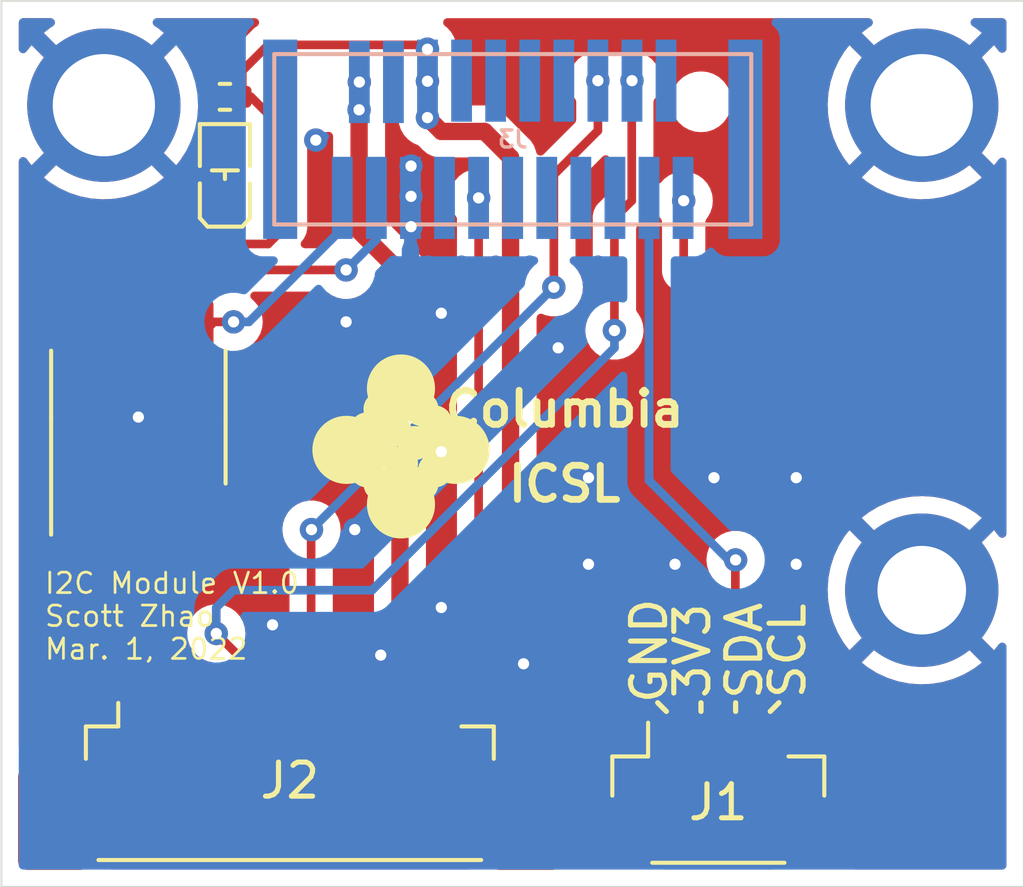
<source format=kicad_pcb>
(kicad_pcb (version 20211014) (generator pcbnew)
  (layers (0 "F.Cu" signal "Front") (1 "In1.Cu" signal) (2 "In2.Cu" signal) (31 "B.Cu" signal "Back") (34 "B.Paste" user) (35 "F.Paste" user) (36 "B.SilkS" user "B.Silkscreen") (37 "F.SilkS" user "F.Silkscreen") (38 "B.Mask" user) (39 "F.Mask" user) (44 "Edge.Cuts" user))
  (net 0 "")
  (net 1 "GND")
  (net 2 "Net-(D1-Pad2)")
  (net 3 "/3V3")
  (net 4 "/SDA_EEPROM")
  (net 5 "/~{RST}")
  (net 6 "/SPI_SCLK")
  (net 7 "/MISO")
  (net 8 "/MOSI")
  (net 9 "/CE")
  (net 10 "/SDA")
  (net 11 "/SCL")
  (net 12 "/SCL_EEPROM")
  (net 13 "/5V")
  (net 15 "/TXD")
  (net 16 "/Status")
  (net 17 "/A0")
  (net 19 "/RXD")
  (net 23 "/A1")
  (footprint "ICSL:M1502-B-2545-AL-TOP" (layer "F.Cu") (at 98.048 66.986)
    (fp_text reference "H1" hide)
    (fp_text value "GND" hide)
    (pad "1" thru_hole circle locked (at -3.048 -2.986) (size 4.5 4.5) (drill 3) (layers *.Cu *.Mask) (net 1 "GND"))
  )
  (footprint "ICSL:M1502-B-2545-AL-TOP" (layer "F.Cu") (at 119 64)
    (fp_text reference "H2" hide)
    (fp_text value "GND" hide)
    (pad "1" thru_hole circle locked (at 0 0) (size 4.5 4.5) (drill 3) (layers *.Cu *.Mask) (net 1 "GND"))
  )
  (footprint "jlcsmt:Molex_PicoBlade_53398-0871_1x08-1MP_P1.25mm_Vertical" (layer "F.Cu") (at 100.457 83.439)
    (fp_text reference "J2" (at 0 0.381) (layer "F.SilkS"))
    (fp_text value "1.25mm_8P_SMD_Vertical" hide)
    (fp_line (start -5.985 -0.26) (end -5.985 -1.21) (layer "F.SilkS") (width 0.12))
    (fp_line (start 5.985 -1.21) (end 5.035 -1.21) (layer "F.SilkS") (width 0.12))
    (fp_line (start -5.035 -1.21) (end -5.035 -1.9) (layer "F.SilkS") (width 0.12))
    (fp_line (start 5.985 -0.26) (end 5.985 -1.21) (layer "F.SilkS") (width 0.12))
    (fp_line (start -5.985 -1.21) (end -5.035 -1.21) (layer "F.SilkS") (width 0.12))
    (fp_line (start -5.615 2.71) (end 5.615 2.71) (layer "F.SilkS") (width 0.12))
    (pad "1" smd roundrect (at -4.375 -1.25) (size 0.8 1.3) (layers "F.Cu" "F.Paste" "F.Mask"))
    (pad "2" smd roundrect (at -3.125 -1.25) (size 0.8 1.3) (layers "F.Cu" "F.Paste" "F.Mask"))
    (pad "3" smd roundrect (at -1.875 -1.25) (size 0.8 1.3) (layers "F.Cu" "F.Paste" "F.Mask") (net 5 "/~{RST}"))
    (pad "4" smd roundrect (at -0.625 -1.25) (size 0.8 1.3) (layers "F.Cu" "F.Paste" "F.Mask") (net 19 "/RXD"))
    (pad "5" smd roundrect (at 0.625 -1.25) (size 0.8 1.3) (layers "F.Cu" "F.Paste" "F.Mask") (net 15 "/TXD"))
    (pad "6" smd roundrect (at 1.875 -1.25) (size 0.8 1.3) (layers "F.Cu" "F.Paste" "F.Mask"))
    (pad "7" smd roundrect (at 3.125 -1.25) (size 0.8 1.3) (layers "F.Cu" "F.Paste" "F.Mask") (net 1 "GND"))
    (pad "8" smd roundrect (at 4.375 -1.25) (size 0.8 1.3) (layers "F.Cu" "F.Paste" "F.Mask") (net 13 "/5V"))
    (pad "MP" smd roundrect (at 6.925 1.5) (size 2.1 3) (layers "F.Cu" "F.Paste" "F.Mask") (roundrect_rratio 0.1190480952))
    (pad "MP" smd roundrect (at -6.925 1.5) (size 2.1 3) (layers "F.Cu" "F.Paste" "F.Mask") (roundrect_rratio 0.1190480952))
  )
  (footprint "Resistor_SMD:R_0402_1005Metric" (layer "F.Cu") (at 98.552 63.754 180)
    (fp_text reference "R1" hide)
    (fp_text value "R_0402_10K" hide)
    (fp_line (start -0.153641 -0.38) (end 0.153641 -0.38) (layer "F.SilkS") (width 0.12))
    (fp_line (start -0.153641 0.38) (end 0.153641 0.38) (layer "F.SilkS") (width 0.12))
    (pad "1" smd roundrect locked (at -0.51 0 180) (size 0.54 0.64) (layers "F.Cu" "F.Paste" "F.Mask") (net 3 "/3V3"))
    (pad "2" smd roundrect locked (at 0.51 0 180) (size 0.54 0.64) (layers "F.Cu" "F.Paste" "F.Mask") (net 2 "Net-(D1-Pad2)"))
  )
  (footprint "ICSL:JST_SH_1x04_1.00mm_Vertical" (layer "F.Cu") (at 113.03 83.82)
    (fp_text reference "J1" (at 0 0.635 180) (layer "F.SilkS"))
    (fp_text value "qwiic_vertical" hide)
    (fp_line (start -2.06 -0.71) (end -2.06 -1.7) (layer "F.SilkS") (width 0.12))
    (fp_line (start 3.11 0.44) (end 3.11 -0.71) (layer "F.SilkS") (width 0.12))
    (fp_line (start -3.11 0.44) (end -3.11 -0.71) (layer "F.SilkS") (width 0.12))
    (fp_line (start -3.11 -0.71) (end -2.06 -0.71) (layer "F.SilkS") (width 0.12))
    (fp_line (start -1.94 2.41) (end 1.94 2.41) (layer "F.SilkS") (width 0.12))
    (fp_line (start 3.11 -0.71) (end 2.06 -0.71) (layer "F.SilkS") (width 0.12))
    (pad "1" smd roundrect (at -1.5 -0.925 180) (size 0.6 1.55) (layers "F.Cu" "F.Paste" "F.Mask") (net 1 "GND"))
    (pad "2" smd roundrect (at -0.5 -0.925 180) (size 0.6 1.55) (layers "F.Cu" "F.Paste" "F.Mask") (net 3 "/3V3"))
    (pad "3" smd roundrect (at 0.5 -0.925 180) (size 0.6 1.55) (layers "F.Cu" "F.Paste" "F.Mask") (net 10 "/SDA"))
    (pad "4" smd roundrect (at 1.5 -0.925 180) (size 0.6 1.55) (layers "F.Cu" "F.Paste" "F.Mask") (net 11 "/SCL"))
    (pad "MP" smd roundrect (at 2.8 1.6 180) (size 1.2 1.8) (layers "F.Cu" "F.Paste" "F.Mask") (roundrect_rratio 0.2083333333))
    (pad "MP" smd roundrect (at -2.8 1.6 180) (size 1.2 1.8) (layers "F.Cu" "F.Paste" "F.Mask") (roundrect_rratio 0.2083333333))
  )
  (footprint "jlcsmt:SOIC-8_3.9x4.9mm_P1.27mm" (layer "F.Cu") (at 96.012 73.152)
    (fp_text reference "U2" hide)
    (fp_text value "EEPROM_M24C02-WMN6TP" hide)
    (fp_line (start -2.56 0) (end -2.56 3.45) (layer "F.SilkS") (width 0.12))
    (fp_line (start 2.56 0) (end 2.56 -1.95) (layer "F.SilkS") (width 0.12))
    (fp_line (start -2.56 0) (end -2.56 -1.95) (layer "F.SilkS") (width 0.12))
    (fp_line (start 2.56 0) (end 2.56 1.95) (layer "F.SilkS") (width 0.12))
    (pad "1" smd roundrect (at -1.905 2.475 90) (size 1.95 0.6) (layers "F.Cu" "F.Paste" "F.Mask"))
    (pad "2" smd roundrect (at -0.635 2.475 90) (size 1.95 0.6) (layers "F.Cu" "F.Paste" "F.Mask"))
    (pad "3" smd roundrect (at 0.635 2.475 90) (size 1.95 0.6) (layers "F.Cu" "F.Paste" "F.Mask"))
    (pad "4" smd roundrect (at 1.905 2.475 90) (size 1.95 0.6) (layers "F.Cu" "F.Paste" "F.Mask") (net 1 "GND"))
    (pad "5" smd roundrect (at 1.905 -2.475 90) (size 1.95 0.6) (layers "F.Cu" "F.Paste" "F.Mask") (net 4 "/SDA_EEPROM"))
    (pad "6" smd roundrect (at 0.635 -2.475 90) (size 1.95 0.6) (layers "F.Cu" "F.Paste" "F.Mask") (net 12 "/SCL_EEPROM"))
    (pad "7" smd roundrect (at -0.635 -2.475 90) (size 1.95 0.6) (layers "F.Cu" "F.Paste" "F.Mask"))
    (pad "8" smd roundrect (at -1.905 -2.475 90) (size 1.95 0.6) (layers "F.Cu" "F.Paste" "F.Mask") (net 3 "/3V3"))
  )
  (footprint "ICSL:icsl_logo" (layer "F.Cu") (at 105.918 73.914)
    (fp_text reference "U1" hide)
    (fp_text value "ICSL_LOGO" hide)
    (fp_text user "ICSL" (at 2.6 1.2) (layer "F.SilkS") (effects (font (thickness 0.2))))
    (fp_text user "Columbia" (at 2.6 -1) (layer "F.SilkS") (effects (font (thickness 0.2))))
    (fp_circle (center -1.6 1.2) (end -1.6 1.2) (layer "F.SilkS") (width 0.5) (fill none))
    (fp_circle (center -2.8 1.2) (end -2.8 1.2) (layer "F.SilkS") (width 0.5) (fill none))
    (fp_circle (center -3.2 0.8) (end -3.2 0.8) (layer "F.SilkS") (width 0.5) (fill none))
    (fp_circle (center -1.2 0.8) (end -1.2 0.8) (layer "F.SilkS") (width 0.5) (fill none))
    (fp_circle (center -2.4 -0.4) (end -2.4 -0.4) (layer "F.SilkS") (width 0.5) (fill none))
    (fp_circle (center -1.6 -1) (end -1.6 -1) (layer "F.SilkS") (width 0.5) (fill none))
    (fp_circle (center -3.2 -0.4) (end -3.2 -0.4) (layer "F.SilkS") (width 0.5) (fill none))
    (fp_circle (center -3.8 0.2) (end -3.8 0.2) (layer "F.SilkS") (width 1) (fill none))
    (fp_circle (center -1.2 -0.6) (end -1.2 -0.6) (layer "F.SilkS") (width 0.5) (fill none))
    (fp_circle (center -0.6 0.2) (end -0.6 0.2) (layer "F.SilkS") (width 1) (fill none))
    (fp_circle (center -2.8 -1) (end -2.8 -1) (layer "F.SilkS") (width 0.5) (fill none))
    (fp_circle (center -2.2 0.6) (end -2.2 0.6) (layer "F.SilkS") (width 0.5) (fill none))
    (fp_circle (center -2.8 0.2) (end -2.8 0.2) (layer "F.SilkS") (width 0.5) (fill none))
    (fp_circle (center -2.2 1.8) (end -2.2 1.8) (layer "F.SilkS") (width 1) (fill none))
    (fp_circle (center -1.8 0) (end -1.8 0) (layer "F.SilkS") (width 0.5) (fill none))
    (fp_circle (center -2.2 -1.6) (end -2.2 -1.6) (layer "F.SilkS") (width 1) (fill none))
  )
  (footprint "jlcsmt:LED_0603_1608Metric" (layer "F.Cu") (at 98.552 66.04 90)
    (fp_text reference "D1" hide)
    (fp_text value "LED_0603_Red" hide)
    (fp_line (start -1.27 0.735) (end -1.524 0.508) (layer "F.SilkS") (width 0.12))
    (fp_line (start 0.127 0) (end -0.127 0) (layer "F.SilkS") (width 0.12))
    (fp_line (start 0.127 -0.381) (end 0.127 0.381) (layer "F.SilkS") (width 0.12))
    (fp_line (start 0.254 0.735) (end 1.485 0.735) (layer "F.SilkS") (width 0.12))
    (fp_line (start -0.254 -0.735) (end -1.27 -0.735) (layer "F.SilkS") (width 0.12))
    (fp_line (start 1.485 -0.735) (end 0.254 -0.735) (layer "F.SilkS") (width 0.12))
    (fp_line (start -1.524 -0.508) (end -1.27 -0.735) (layer "F.SilkS") (width 0.12))
    (fp_line (start -1.524 0.508) (end -1.524 -0.508) (layer "F.SilkS") (width 0.12))
    (fp_line (start -1.27 0.735) (end -0.254 0.735) (layer "F.SilkS") (width 0.12))
    (fp_line (start 1.485 0.735) (end 1.485 -0.735) (layer "F.SilkS") (width 0.12))
    (pad "1" smd roundrect (at -0.7875 0 270) (size 0.875 0.95) (layers "F.Cu" "F.Paste" "F.Mask") (net 1 "GND"))
    (pad "2" smd roundrect (at 0.7875 0 270) (size 0.875 0.95) (layers "F.Cu" "F.Paste" "F.Mask") (net 2 "Net-(D1-Pad2)"))
  )
  (footprint "ICSL:M1502-B-2545-AL-TOP" (layer "F.Cu") (at 119 78.232)
    (fp_text reference "H3" hide)
    (fp_text value "GND" hide)
    (pad "1" thru_hole circle locked (at 0 0) (size 4.5 4.5) (drill 2.6) (layers *.Cu *.Mask) (net 1 "GND"))
  )
  (footprint "ICSL:Amphenol_91911-31321LF_PLUG" (layer "B.Cu") (at 107 65 180)
    (fp_text reference "J3" (at 0 0) (layer "B.SilkS") (effects (font (size 0.5 0.5) (thickness 0.1)) (justify mirror)))
    (fp_text value "Amphenol_91911-31321_plug" hide)
    (fp_line (start 7 -2.5) (end 7 2.5) (layer "B.SilkS") (width 0.12))
    (fp_line (start -6.9965 2.5) (end -6.9965 -2.5) (layer "B.SilkS") (width 0.12))
    (fp_line (start -6.9965 -2.5) (end 7 -2.5) (layer "B.SilkS") (width 0.12))
    (fp_line (start 7 2.5) (end -6.9965 2.5) (layer "B.SilkS") (width 0.12))
    (pad "" np_thru_hole circle locked (at 5.5245 1.1 180) (size 0.76 0.76) (drill 0.76) (layers *.Cu *.Mask))
    (pad "" np_thru_hole circle locked (at -5.5245 1.1 180) (size 0.76 0.76) (drill 0.76) (layers *.Cu *.Mask))
    (pad "" smd rect locked (at 6.8265 0 180) (size 1 5.85) (layers "B.Cu" "B.Paste" "B.Mask"))
    (pad "" smd rect locked (at -6.8265 0 180) (size 1 5.85) (layers "B.Cu" "B.Paste" "B.Mask"))
    (pad "1" smd rect locked (at 5.0035 -1.72 180) (size 0.61 2.41) (layers "B.Cu" "B.Paste" "B.Mask") (net 4 "/SDA_EEPROM"))
    (pad "2" smd rect locked (at 4.0035 -1.72 180) (size 0.61 2.41) (layers "B.Cu" "B.Paste" "B.Mask") (net 12 "/SCL_EEPROM"))
    (pad "3" smd rect locked (at 3.0035 -1.72 180) (size 0.61 2.41) (layers "B.Cu" "B.Paste" "B.Mask") (net 1 "GND"))
    (pad "4" smd rect locked (at 2.0035 -1.72 180) (size 0.61 2.41) (layers "B.Cu" "B.Paste" "B.Mask"))
    (pad "5" smd rect locked (at 1.0035 -1.72 180) (size 0.61 2.41) (layers "B.Cu" "B.Paste" "B.Mask") (net 5 "/~{RST}"))
    (pad "6" smd rect locked (at 0.0035 -1.72 180) (size 0.61 2.41) (layers "B.Cu" "B.Paste" "B.Mask") (net 6 "/SPI_SCLK"))
    (pad "7" smd rect locked (at -0.9965 -1.72 180) (size 0.61 2.41) (layers "B.Cu" "B.Paste" "B.Mask") (net 7 "/MISO"))
    (pad "8" smd rect locked (at -1.9965 -1.72 180) (size 0.61 2.41) (layers "B.Cu" "B.Paste" "B.Mask") (net 8 "/MOSI"))
    (pad "9" smd rect locked (at -2.9965 -1.72 180) (size 0.61 2.41) (layers "B.Cu" "B.Paste" "B.Mask") (net 9 "/CE"))
    (pad "10" smd rect locked (at -3.9965 -1.72 180) (size 0.61 2.41) (layers "B.Cu" "B.Paste" "B.Mask") (net 10 "/SDA"))
    (pad "11" smd rect locked (at -4.9965 -1.72 180) (size 0.61 2.41) (layers "B.Cu" "B.Paste" "B.Mask") (net 11 "/SCL"))
    (pad "12" smd rect locked (at -4.4965 1.72 180) (size 0.61 2.41) (layers "B.Cu" "B.Paste" "B.Mask"))
    (pad "13" smd rect locked (at -3.4965 1.72 180) (size 0.61 2.41) (layers "B.Cu" "B.Paste" "B.Mask") (net 19 "/RXD"))
    (pad "14" smd rect locked (at -2.4965 1.72 180) (size 0.61 2.41) (layers "B.Cu" "B.Paste" "B.Mask") (net 15 "/TXD"))
    (pad "15" smd rect locked (at -1.4965 1.72 180) (size 0.61 2.41) (layers "B.Cu" "B.Paste" "B.Mask") (net 16 "/Status"))
    (pad "16" smd rect locked (at -0.4965 1.72 180) (size 0.61 2.41) (layers "B.Cu" "B.Paste" "B.Mask") (net 17 "/A0"))
    (pad "17" smd rect locked (at 0.5035 1.72 180) (size 0.61 2.41) (layers "B.Cu" "B.Paste" "B.Mask") (net 23 "/A1"))
    (pad "18" smd rect locked (at 1.5035 1.72 180) (size 0.61 2.41) (layers "B.Cu" "B.Paste" "B.Mask"))
    (pad "19" smd rect locked (at 2.5035 1.72 180) (size 0.61 2.41) (layers "B.Cu" "B.Paste" "B.Mask") (net 3 "/3V3"))
    (pad "20" smd rect locked (at 3.5035 1.68 180) (size 0.61 2.41) (layers "B.Cu" "B.Paste" "B.Mask"))
    (pad "21" smd rect locked (at 4.5035 1.68 180) (size 0.61 2.41) (layers "B.Cu" "B.Paste" "B.Mask") (net 13 "/5V"))
  )
  (gr_line (start 112.522 81.788) (end 112.522 81.534) (layer "F.SilkS") (width 0.1524))
  (gr_line (start 114.554 81.788) (end 114.808 81.534) (layer "F.SilkS") (width 0.1524))
  (gr_line (start 111.506 81.788) (end 111.252 81.534) (layer "F.SilkS") (width 0.1524))
  (gr_line (start 113.538 81.788) (end 113.538 81.534) (layer "F.SilkS") (width 0.1524))
  (gr_line (start 121.995 60.938) (end 91.995 60.938) (layer "Edge.Cuts") (width 0.05))
  (gr_line (start 91.995 60.938) (end 91.995 86.938) (layer "Edge.Cuts") (width 0.05))
  (gr_line (start 91.995 86.938) (end 121.995 86.938) (layer "Edge.Cuts") (width 0.05))
  (gr_line (start 121.995 86.938) (end 121.995 60.938) (layer "Edge.Cuts") (width 0.05))
  (gr_text "I2C Module V1.0\nScott Zhao\nMar. 1, 2022" (at 93.218 78.994) (layer "F.SilkS") (effects (font (size 0.6 0.6) (thickness 0.08)) (justify left)))
  (gr_text "3V3" (at 112.268 80.01 90) (layer "F.SilkS") (effects (font (size 1 1))))
  (gr_text "GND" (at 110.998 80.01 90) (layer "F.SilkS") (effects (font (size 1 1))))
  (gr_text "SCL" (at 115.062 80.01 90) (layer "F.SilkS") (effects (font (size 1 1))))
  (gr_text "SDA" (at 113.792 80.01 90) (layer "F.SilkS") (effects (font (size 1 1))))
  (via (at 104.902 74.168) (size 0.6858) (drill 0.3302) (layers "F.Cu" "B.Cu") (net 1))
  (via (at 115.316 74.93) (size 0.6858) (drill 0.3302) (layers "F.Cu" "B.Cu") (net 1))
  (via (at 102.362 76.454) (size 0.6858) (drill 0.3302) (layers "F.Cu" "B.Cu") (net 1))
  (via (at 103.124 80.137) (size 0.6858) (drill 0.3302) (layers "F.Cu" "B.Cu") (net 1))
  (via (at 108.331 71.12) (size 0.6858) (drill 0.3302) (layers "F.Cu" "B.Cu") (net 1))
  (via (at 101.219 65.024) (size 0.6858) (drill 0.3302) (layers "F.Cu" "B.Cu") (net 1))
  (via (at 111.76 77.47) (size 0.6858) (drill 0.3302) (layers "F.Cu" "B.Cu") (net 1))
  (via (at 102.108 70.358) (size 0.6858) (drill 0.3302) (layers "F.Cu" "B.Cu") (net 1))
  (via (at 104.013 66.675) (size 0.6858) (drill 0.3302) (layers "F.Cu" "B.Cu") (net 1))
  (via (at 109.22 74.93) (size 0.6858) (drill 0.3302) (layers "F.Cu" "B.Cu") (net 1))
  (via (at 115.316 77.47) (size 0.6858) (drill 0.3302) (layers "F.Cu" "B.Cu") (net 1))
  (via (at 96.012 73.152) (size 0.6858) (drill 0.3302) (layers "F.Cu" "B.Cu") (net 1))
  (via (at 109.22 77.47) (size 0.6858) (drill 0.3302) (layers "F.Cu" "B.Cu") (net 1))
  (via (at 104.013 67.564) (size 0.6858) (drill 0.3302) (layers "F.Cu" "B.Cu") (net 1))
  (via (at 107.315 80.391) (size 0.6858) (drill 0.3302) (layers "F.Cu" "B.Cu") (net 1))
  (via (at 104.902 70.104) (size 0.6858) (drill 0.3302) (layers "F.Cu" "B.Cu") (net 1))
  (via (at 112.903 74.93) (size 0.6858) (drill 0.3302) (layers "F.Cu" "B.Cu") (net 1))
  (via (at 104.902 78.74) (size 0.6858) (drill 0.3302) (layers "F.Cu" "B.Cu") (net 1))
  (via (at 99.949 79.248) (size 0.6858) (drill 0.3302) (layers "F.Cu" "B.Cu") (net 1))
  (via (at 104.013 65.786) (size 0.6858) (drill 0.3302) (layers "F.Cu" "B.Cu") (net 1))
  (segment (start 98.042 64.514) (end 98.042 63.754) (width 0.254) (layer "F.Cu") (net 2))
  (segment (start 98.552 65.024) (end 98.042 64.514) (width 0.254) (layer "F.Cu") (net 2))
  (segment (start 98.552 65.2525) (end 98.552 65.024) (width 0.254) (layer "F.Cu") (net 2))
  (segment (start 104.4956 63.2968) (end 104.4956 62.357) (width 0.508) (layer "F.Cu") (net 3))
  (segment (start 99.062 63.754) (end 99.062 62.99) (width 0.254) (layer "F.Cu") (net 3))
  (segment (start 99.314 63.754) (end 100.33 64.77) (width 0.254) (layer "F.Cu") (net 3))
  (segment (start 99.822 62.23) (end 104.3686 62.23) (width 0.254) (layer "F.Cu") (net 3))
  (segment (start 95.25 68.072) (end 94.107 69.215) (width 0.254) (layer "F.Cu") (net 3))
  (segment (start 100.33 67.564) (end 99.822 68.072) (width 0.254) (layer "F.Cu") (net 3))
  (segment (start 106.934 77.724) (end 106.934 65.532) (width 0.508) (layer "F.Cu") (net 3))
  (segment (start 106.172 64.77) (end 104.902 64.77) (width 0.508) (layer "F.Cu") (net 3))
  (segment (start 99.822 68.072) (end 95.25 68.072) (width 0.254) (layer "F.Cu") (net 3))
  (segment (start 99.062 62.99) (end 99.822 62.23) (width 0.254) (layer "F.Cu") (net 3))
  (segment (start 100.33 64.77) (end 100.33 67.564) (width 0.254) (layer "F.Cu") (net 3))
  (segment (start 104.4956 64.3636) (end 104.4956 63.2968) (width 0.508) (layer "F.Cu") (net 3))
  (segment (start 104.3686 62.23) (end 104.4956 62.357) (width 0.254) (layer "F.Cu") (net 3))
  (segment (start 111.252 79.121) (end 112.53 80.399) (width 0.508) (layer "F.Cu") (net 3))
  (segment (start 99.062 63.754) (end 99.314 63.754) (width 0.254) (layer "F.Cu") (net 3))
  (segment (start 108.331 79.121) (end 111.252 79.121) (width 0.508) (layer "F.Cu") (net 3))
  (segment (start 106.934 65.532) (end 106.172 64.77) (width 0.508) (layer "F.Cu") (net 3))
  (segment (start 112.53 80.399) (end 112.53 82.895) (width 0.508) (layer "F.Cu") (net 3))
  (segment (start 94.107 69.215) (end 94.107 70.677) (width 0.254) (layer "F.Cu") (net 3))
  (segment (start 106.934 77.724) (end 108.331 79.121) (width 0.508) (layer "F.Cu") (net 3))
  (segment (start 104.902 64.77) (end 104.4956 64.3636) (width 0.508) (layer "F.Cu") (net 3))
  (via (at 104.4956 64.3636) (size 0.6858) (drill 0.3302) (layers "F.Cu" "B.Cu") (net 3))
  (via (at 104.4956 62.357) (size 0.6858) (drill 0.3302) (layers "F.Cu" "B.Cu") (net 3))
  (via (at 104.4956 63.2968) (size 0.6858) (drill 0.3302) (layers "F.Cu" "B.Cu") (net 3))
  (segment (start 98.806 70.358) (end 98.236 70.358) (width 0.254) (layer "F.Cu") (net 4))
  (segment (start 98.236 70.358) (end 97.917 70.677) (width 0.254) (layer "F.Cu") (net 4))
  (via (at 98.806 70.358) (size 0.6858) (drill 0.3302) (layers "F.Cu" "B.Cu") (net 4))
  (segment (start 101.9965 66.72) (end 101.9965 67.62) (width 0.254) (layer "B.Cu") (net 4))
  (segment (start 101.9965 67.62) (end 99.2585 70.358) (width 0.254) (layer "B.Cu") (net 4))
  (segment (start 99.2585 70.358) (end 98.806 70.358) (width 0.254) (layer "B.Cu") (net 4))
  (segment (start 105.9965 82.9795) (end 105.9965 66.72) (width 0.254) (layer "F.Cu") (net 5))
  (segment (start 98.582 82.189) (end 98.582 82.961) (width 0.254) (layer "F.Cu") (net 5))
  (segment (start 98.582 82.961) (end 99.695 84.074) (width 0.254) (layer "F.Cu") (net 5))
  (segment (start 104.902 84.074) (end 105.9965 82.9795) (width 0.254) (layer "F.Cu") (net 5))
  (segment (start 99.695 84.074) (end 104.902 84.074) (width 0.254) (layer "F.Cu") (net 5))
  (via (at 105.9965 66.72) (size 0.6858) (drill 0.3302) (layers "F.Cu" "B.Cu") (net 5))
  (segment (start 113.53 82.895) (end 113.53 77.351) (width 0.254) (layer "F.Cu") (net 10))
  (segment (start 113.53 77.351) (end 113.538 77.343) (width 0.254) (layer "F.Cu") (net 10))
  (via (at 113.538 77.343) (size 0.6858) (drill 0.3302) (layers "F.Cu" "B.Cu") (net 10))
  (segment (start 110.9965 75.009954) (end 110.9965 66.72) (width 0.254) (layer "B.Cu") (net 10))
  (segment (start 113.538 77.343) (end 113.329546 77.343) (width 0.254) (layer "B.Cu") (net 10))
  (segment (start 113.329546 77.343) (end 110.9965 75.009954) (width 0.254) (layer "B.Cu") (net 10))
  (segment (start 112.014 68.834) (end 114.554 71.374) (width 0.254) (layer "F.Cu") (net 11))
  (segment (start 112.014 66.802) (end 112.014 68.834) (width 0.254) (layer "F.Cu") (net 11))
  (segment (start 114.554 82.871) (end 114.53 82.895) (width 0.254) (layer "F.Cu") (net 11))
  (segment (start 114.554 71.374) (end 114.554 82.871) (width 0.254) (layer "F.Cu") (net 11))
  (via (at 112.014 66.802) (size 0.6858) (drill 0.3302) (layers "F.Cu" "B.Cu") (net 11))
  (segment (start 97.282 68.834) (end 96.647 69.469) (width 0.254) (layer "F.Cu") (net 12))
  (segment (start 102.108 68.834) (end 97.282 68.834) (width 0.254) (layer "F.Cu") (net 12))
  (segment (start 96.647 69.469) (end 96.647 70.677) (width 0.254) (layer "F.Cu") (net 12))
  (via (at 102.108 68.834) (size 0.6858) (drill 0.3302) (layers "F.Cu" "B.Cu") (net 12))
  (segment (start 102.9965 67.9455) (end 102.108 68.834) (width 0.254) (layer "B.Cu") (net 12))
  (segment (start 102.9965 66.72) (end 102.9965 67.9455) (width 0.254) (layer "B.Cu") (net 12))
  (segment (start 102.489 67.691) (end 103.689 68.891) (width 0.508) (layer "F.Cu") (net 13))
  (segment (start 104.902 80.391) (end 104.902 82.119) (width 0.508) (layer "F.Cu") (net 13))
  (segment (start 104.902 82.119) (end 104.832 82.189) (width 0.508) (layer "F.Cu") (net 13))
  (segment (start 103.689 68.891) (end 103.689 79.178) (width 0.508) (layer "F.Cu") (net 13))
  (segment (start 103.689 79.178) (end 104.902 80.391) (width 0.508) (layer "F.Cu") (net 13))
  (segment (start 102.489 63.3222) (end 102.489 64.135) (width 0.508) (layer "F.Cu") (net 13))
  (segment (start 102.489 64.135) (end 102.489 67.691) (width 0.508) (layer "F.Cu") (net 13))
  (via (at 102.489 64.135) (size 0.6858) (drill 0.3302) (layers "F.Cu" "B.Cu") (net 13))
  (via (at 102.4965 63.32) (size 0.6858) (drill 0.3302) (layers "F.Cu" "B.Cu") (net 13))
  (segment (start 109.4965 64.7475) (end 109.4965 63.28) (width 0.254) (layer "F.Cu") (net 15))
  (segment (start 101.082 76.464) (end 101.092 76.454) (width 0.254) (layer "F.Cu") (net 15))
  (segment (start 108.204 69.342) (end 108.204 66.04) (width 0.254) (layer "F.Cu") (net 15))
  (segment (start 108.204 66.04) (end 109.4965 64.7475) (width 0.254) (layer "F.Cu") (net 15))
  (segment (start 101.082 82.189) (end 101.082 76.464) (width 0.254) (layer "F.Cu") (net 15))
  (via (at 108.204 69.342) (size 0.6858) (drill 0.3302) (layers "F.Cu" "B.Cu") (net 15))
  (via (at 109.4965 63.28) (size 0.6858) (drill 0.3302) (layers "F.Cu" "B.Cu") (net 15))
  (via (at 101.092 76.454) (size 0.6858) (drill 0.3302) (layers "F.Cu" "B.Cu") (net 15))
  (segment (start 101.092 76.454) (end 108.204 69.342) (width 0.254) (layer "B.Cu") (net 15))
  (segment (start 109.982 70.612) (end 109.982 67.31) (width 0.254) (layer "F.Cu") (net 19))
  (segment (start 99.822 82.179) (end 99.832 82.189) (width 0.254) (layer "F.Cu") (net 19))
  (segment (start 110.49 63.2865) (end 110.4965 63.28) (width 0.254) (layer "F.Cu") (net 19))
  (segment (start 110.49 66.802) (end 110.49 63.2865) (width 0.254) (layer "F.Cu") (net 19))
  (segment (start 109.982 67.31) (end 110.49 66.802) (width 0.254) (layer "F.Cu") (net 19))
  (segment (start 98.298 79.502) (end 99.822 81.026) (width 0.254) (layer "F.Cu") (net 19))
  (segment (start 99.822 81.026) (end 99.822 82.179) (width 0.254) (layer "F.Cu") (net 19))
  (via (at 110.4965 63.28) (size 0.6858) (drill 0.3302) (layers "F.Cu" "B.Cu") (net 19))
  (via (at 98.298 79.502) (size 0.6858) (drill 0.3302) (layers "F.Cu" "B.Cu") (net 19))
  (via (at 109.982 70.612) (size 0.6858) (drill 0.3302) (layers "F.Cu" "B.Cu") (net 19))
  (segment (start 102.87 78.232) (end 98.806 78.232) (width 0.254) (layer "B.Cu") (net 19))
  (segment (start 109.982 70.612) (end 109.982 71.12) (width 0.254) (layer "B.Cu") (net 19))
  (segment (start 109.982 71.12) (end 102.87 78.232) (width 0.254) (layer "B.Cu") (net 19))
  (segment (start 98.298 78.74) (end 98.298 79.502) (width 0.254) (layer "B.Cu") (net 19))
  (segment (start 98.806 78.232) (end 98.298 78.74) (width 0.254) (layer "B.Cu") (net 19))
  (zone (net 1) (net_name "GND") (layer "F.Cu") (priority 1) (connect_pads (clearance 0.508)) (min_thickness 0.254) (fill yes (thermal_gap 0.508) (thermal_bridge_width 0.508))
    (polygon (pts (xy 121.495 86.438) (xy 92.495 86.438) (xy 92.495 61.438) (xy 121.495 61.438)))
  )
  (zone (net 1) (net_name "GND") (layer "B.Cu") (priority 1) (connect_pads (clearance 0.508)) (min_thickness 0.254) (fill yes (thermal_gap 0.508) (thermal_bridge_width 0.508))
    (polygon (pts (xy 121.495 86.438) (xy 92.495 86.438) (xy 92.495 61.438) (xy 121.495 61.438)))
  )
)
</source>
